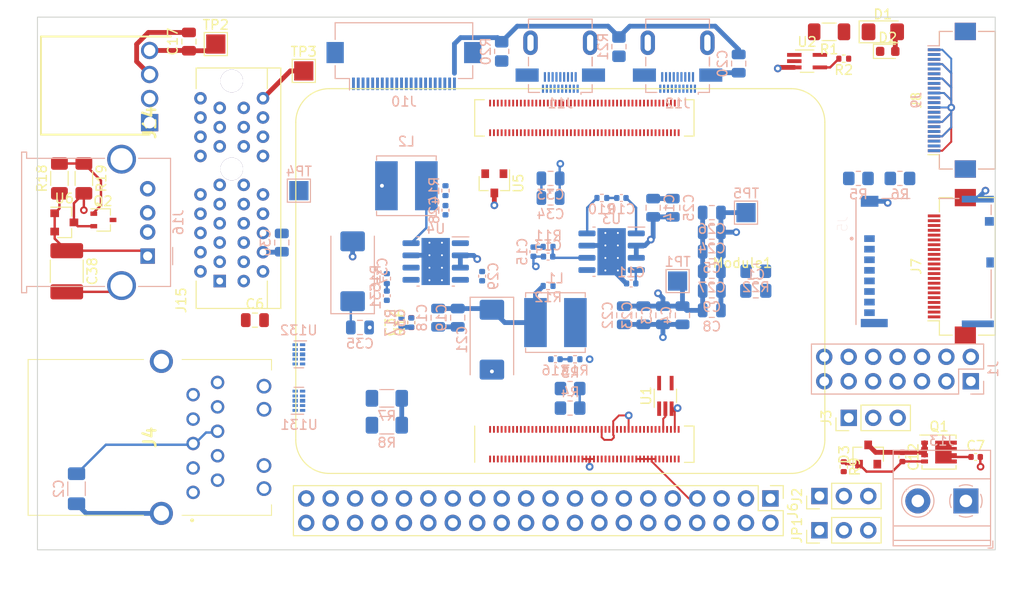
<source format=kicad_pcb>
(kicad_pcb (version 20210228) (generator pcbnew)
  (layers (0 "F.Cu" signal) (1 "In1.Cu" signal) (2 "In2.Cu" signal) (31 "B.Cu" signal) (34 "B.Paste" user) (35 "F.Paste" user) (36 "B.SilkS" user "B.Silkscreen") (37 "F.SilkS" user "F.Silkscreen") (38 "B.Mask" user) (39 "F.Mask" user) (44 "Edge.Cuts" user))
  (net 0 "")
  (net 1 "GND")
  (net 2 "Net-(C2-Pad1)")
  (net 3 "+12V")
  (net 4 "Net-(C7-Pad1)")
  (net 5 "Net-(C10-Pad2)")
  (net 6 "Net-(C10-Pad1)")
  (net 7 "Net-(C11-Pad1)")
  (net 8 "Net-(C12-Pad2)")
  (net 9 "Net-(C13-Pad1)")
  (net 10 "Net-(C15-Pad1)")
  (net 11 "Net-(C16-Pad2)")
  (net 12 "+3V3")
  (net 13 "Net-(C28-Pad2)")
  (net 14 "Net-(C28-Pad1)")
  (net 15 "Net-(C29-Pad1)")
  (net 16 "Net-(C30-Pad1)")
  (net 17 "Net-(C31-Pad1)")
  (net 18 "Net-(C32-Pad2)")
  (net 19 "/pcie/+3.3v")
  (net 20 "Net-(C38-Pad1)")
  (net 21 "Net-(D1-Pad1)")
  (net 22 "Net-(D2-Pad1)")
  (net 23 "/video_previewGPIO/GLOBAL_EN")
  (net 24 "Net-(J1-Pad13)")
  (net 26 "/video_previewGPIO/SYNC_OUT")
  (net 27 "/video_previewGPIO/SYNC_IN")
  (net 28 "/video_previewGPIO/AIN1")
  (net 29 "/video_previewGPIO/AIN0")
  (net 30 "/video_previewGPIO/EEPROM_nWP")
  (net 31 "/video_previewGPIO/nRPIBOOT")
  (net 32 "/video_previewGPIO/BT_nDis")
  (net 33 "/video_previewGPIO/WL_nDIS")
  (net 34 "/video_previewGPIO/RUN_PG")
  (net 35 "/video_previewGPIO/GPIO20")
  (net 36 "/video_previewGPIO/GPIO26")
  (net 37 "/video_previewGPIO/GPIO19")
  (net 38 "/video_previewGPIO/GPIO13")
  (net 39 "/video_previewGPIO/GPIO12")
  (net 40 "/video_previewGPIO/GPIO5")
  (net 41 "/video_previewGPIO/ID_SC")
  (net 42 "/video_previewGPIO/ID_SD")
  (net 43 "/video_previewGPIO/GPIO8")
  (net 44 "/video_previewGPIO/GPIO11")
  (net 45 "/video_previewGPIO/GPIO25")
  (net 46 "/video_previewGPIO/GPIO9")
  (net 47 "/video_previewGPIO/GPIO10")
  (net 48 "/video_previewGPIO/GPIO24")
  (net 49 "/video_previewGPIO/GPIO23")
  (net 50 "/video_previewGPIO/GPIO27")
  (net 51 "/video_previewGPIO/GPIO17")
  (net 52 "/video_previewGPIO/GPIO3")
  (net 53 "/video_previewGPIO/GPIO2")
  (net 54 "/video_preview_HighSpeed/SDA1")
  (net 55 "/video_preview_HighSpeed/SCL1")
  (net 58 "/video_previewGPIO/CAM_GPIO")
  (net 63 "/video_preview_HighSpeed/CAM0_D2_N")
  (net 64 "/video_preview_HighSpeed/CAM0_D2_P")
  (net 65 "/video_preview_HighSpeed/CAM0_D1_P")
  (net 66 "/video_preview_HighSpeed/CAM0_D1_N")
  (net 67 "/video_preview_HighSpeed/CAM0_D0_P")
  (net 68 "/video_preview_HighSpeed/CAM0_D0_N")
  (net 69 "/video_previewGPIO/SDA0")
  (net 70 "/video_previewGPIO/SCL0")
  (net 72 "/video_preview_HighSpeed/CAM1_D3_P")
  (net 73 "/video_preview_HighSpeed/CAM1_D3_N")
  (net 74 "/video_preview_HighSpeed/CAM1_D2_P")
  (net 75 "/video_preview_HighSpeed/CAM1_D2_N")
  (net 76 "/video_preview_HighSpeed/CAM1_C_P")
  (net 77 "/video_preview_HighSpeed/CAM1_C_N")
  (net 78 "/video_preview_HighSpeed/CAM1_D1_P")
  (net 79 "/video_preview_HighSpeed/CAM1_D1_N")
  (net 80 "/video_preview_HighSpeed/CAM1_D0_P")
  (net 81 "/video_preview_HighSpeed/CAM1_D0_N")
  (net 84 "/video_preview_HighSpeed/DSI1_D3_P")
  (net 85 "/video_preview_HighSpeed/DSI1_D3_N")
  (net 86 "/video_preview_HighSpeed/DSI1_D2_P")
  (net 87 "/video_preview_HighSpeed/DSI1_D2_N")
  (net 88 "/video_preview_HighSpeed/DSI1_C_P")
  (net 89 "/video_preview_HighSpeed/DSI1_C_N")
  (net 90 "/video_preview_HighSpeed/DSI1_D1_P")
  (net 91 "/video_preview_HighSpeed/DSI1_D1_N")
  (net 92 "/video_preview_HighSpeed/DSI1_DO_P")
  (net 93 "/video_preview_HighSpeed/DSI1_D0_N")
  (net 100 "/video_preview_HighSpeed/DSI0_C_P")
  (net 101 "/video_preview_HighSpeed/DSI0_C_N")
  (net 102 "/video_preview_HighSpeed/DSI0_D1_P")
  (net 103 "/video_preview_HighSpeed/DSI0_D1_N")
  (net 104 "/video_preview_HighSpeed/DSI0_D0_P")
  (net 105 "/video_preview_HighSpeed/DSI0_D0_N")
  (net 107 "/pcie/PCIE_TX_P")
  (net 108 "/pcie/PCIE_TX_N")
  (net 109 "/pcie/PCIE_CLK_nREQ")
  (net 113 "/pcie/PCIE_RX_P")
  (net 114 "/pcie/PCIE_RX_N")
  (net 115 "/pcie/PCIE_CLK_N")
  (net 116 "/pcie/PCIE_CLK_P")
  (net 117 "/pcie/PCIE_nRST")
  (net 121 "/usb-otg/USB2_P")
  (net 122 "/usb-otg/USB2_N")
  (net 123 "Net-(L1-Pad1)")
  (net 124 "Net-(L2-Pad1)")
  (net 125 "/video_preview_HighSpeed/HDMI0_SCL")
  (net 126 "/video_preview_HighSpeed/HDMI0_SDA")
  (net 127 "/video_preview_HighSpeed/HDMI0_CK_N")
  (net 128 "/video_preview_HighSpeed/HDMI0_CK_P")
  (net 129 "/video_preview_HighSpeed/HDMI0_D0_N")
  (net 130 "/video_preview_HighSpeed/HDMI0_D0_P")
  (net 131 "/video_preview_HighSpeed/HDMI0_D1_N")
  (net 132 "/video_preview_HighSpeed/DSI1_D0_P")
  (net 133 "/video_preview_HighSpeed/HDMI0_D1_P")
  (net 134 "/video_preview_HighSpeed/HDMI0_D2_N")
  (net 135 "/video_preview_HighSpeed/HDMI0_D2_P")
  (net 136 "/video_preview_HighSpeed/HDMI1_CK_N")
  (net 137 "/video_preview_HighSpeed/DSIO_D1_P")
  (net 138 "/video_preview_HighSpeed/HDMI1_CK_P")
  (net 139 "/video_preview_HighSpeed/DSIO_D1_N")
  (net 140 "/video_preview_HighSpeed/HDMI1_D0_N")
  (net 141 "/video_preview_HighSpeed/DSIO_DO_P")
  (net 142 "/video_preview_HighSpeed/HDMI1_D0_P")
  (net 143 "/video_preview_HighSpeed/HDMI1_D1_N")
  (net 144 "/video_preview_HighSpeed/HDMI0_HOTPLUG")
  (net 145 "/video_preview_HighSpeed/HDMI1_D1_P")
  (net 146 "/video_preview_HighSpeed/HDMI0_CEC")
  (net 147 "/video_preview_HighSpeed/HDMI1_CEC")
  (net 148 "/video_preview_HighSpeed/HDMI1_D2_N")
  (net 149 "/video_preview_HighSpeed/HDMI1_SCL")
  (net 150 "/video_preview_HighSpeed/HDMI_D2_P")
  (net 151 "/video_preview_HighSpeed/HDMI1_SDA")
  (net 152 "/video_preview_HighSpeed/HDMI1_HOTPLUG")
  (net 153 "/video_preview_HighSpeed/CAM0_C_P")
  (net 154 "/video_preview_HighSpeed/CAM0_C_N")
  (net 155 "/video_preview_HighSpeed/CAM0_DO_N")
  (net 159 "/usb-otg/USBOTG")
  (net 160 "/nEXTRST")
  (net 161 "/video_previewGPIO/nPWR_LED")
  (net 162 "+1V8")
  (net 163 "/video_previewGPIO/GPIO_VREF")
  (net 164 "/video_previewGPIO/Reserved")
  (net 169 "/video_previewGPIO/SD_DATA2")
  (net 171 "/video_previewGPIO/SD_DATA1")
  (net 173 "/video_previewGPIO/SD_DATA0")
  (net 174 "/video_previewGPIO/SD_CMD")
  (net 175 "/video_previewGPIO/SD_DATA3")
  (net 176 "/video_previewGPIO/SD_CLK")
  (net 177 "Net-(Module1-Pad21)")
  (net 179 "/video_previewGPIO/ETH_LED1")
  (net 180 "/video_previewGPIO/ETH_LED0")
  (net 181 "/video_previewGPIO/ETH_TRD0_P")
  (net 182 "/video_previewGPIO/ETH_TRD2_P")
  (net 183 "/video_previewGPIO/ETH_TRD0_N")
  (net 184 "/video_previewGPIO/ETH_TRD2_N")
  (net 185 "/video_previewGPIO/ETH_TRD1_N")
  (net 186 "/video_previewGPIO/ETH_TRD3_N")
  (net 187 "/video_previewGPIO/ETH_TRD1_P")
  (net 188 "/video_previewGPIO/ETH_TRD3_P")
  (net 189 "Net-(Q2-Pad1)")
  (net 190 "Net-(R2-Pad2)")
  (net 191 "Net-(J4-Pad11)")
  (net 192 "Net-(J4-Pad13)")
  (net 201 "Net-(C1-Pad1)")
  (net 202 "Net-(J5-Pad9)")
  (net 203 "Net-(J5-Pad10)")
  (net 204 "Net-(J11-Pad18)")
  (net 205 "Net-(J12-Pad18)")
  (net 207 "/video_preview_HighSpeed/HDMI0_DO_N")
  (net 209 "/video_preview_HighSpeed/HDMI1_DO_N")
  (net 210 "/video_preview_HighSpeed/HDMI1_D2_P")
  (footprint "Resistor_SMD:R_1206_3216Metric_Pad1.30x1.75mm_HandSolder" (layer "F.Cu") (at 183.896 36.068 180)
    (fp_text reference "R1")
    (fp_text value "1k")
  )
  (footprint "Connector_FFC-FPC:Hirose_FH12-22S-0.5SH_1x22-1MP_P0.50mm_Horizontal" (layer "F.Cu") (at 196.662 43.18 90)
    (fp_text reference "J8")
    (fp_text value "Conn_01x22_Female")
  )
  (footprint "Package_TO_SOT_SMD:SOT-323_SC-70" (layer "F.Cu") (at 108.458 55.626)
    (fp_text reference "Q2")
    (fp_text value "BSS138PW")
  )
  (footprint "CM4IO:PCIex1-36" (layer "F.Cu") (at 120.548 61.976 90)
    (fp_text reference "J15")
    (fp_text value "10018783-11200TLF")
  )
  (footprint "Connector_PinHeader_2.54mm:PinHeader_1x03_P2.54mm_Vertical" (layer "F.Cu") (at 185.943 76.2 90)
    (fp_text reference "J3")
    (fp_text value "Conn_01x03")
  )
  (footprint "Connector_PinHeader_2.54mm:PinHeader_1x03_P2.54mm_Vertical" (layer "F.Cu") (at 182.895 84.328 90)
    (fp_text reference "J2")
    (fp_text value "Conn_01x03")
  )
  (footprint "Resistor_SMD:R_0402_1005Metric" (layer "F.Cu") (at 185.42 38.862 180)
    (fp_text reference "R2")
    (fp_text value "1k")
  )
  (footprint "Capacitor_SMD:C_0402_1005Metric" (layer "F.Cu") (at 199.136 80.264)
    (fp_text reference "C7")
    (fp_text value "100n 100v")
  )
  (footprint "Diode_SMD:D_SOT-23_ANK" (layer "F.Cu") (at 187.96 80.01 90)
    (fp_text reference "D3")
    (fp_text value "MMBZ5242BLT3G")
  )
  (footprint "LED_SMD:LED_0603_1608Metric" (layer "F.Cu") (at 189.992 38.1)
    (fp_text reference "D2")
    (fp_text value "LED Red")
  )
  (footprint "Package_TO_SOT_SMD:SOT-353_SC-70-5_Handsoldering" (layer "F.Cu") (at 181.61 39.116)
    (fp_text reference "U2")
    (fp_text value "74LVC1G07")
  )
  (footprint "Resistor_SMD:R_0402_1005Metric" (layer "F.Cu") (at 140.462 66.294 90)
    (fp_text reference "R16")
    (fp_text value "47K 1%")
  )
  (footprint "CM4IO:SHDRRA4W69P0X250_1X4_1000X1350X670P" (layer "F.Cu") (at 113.262 45.506 90)
    (fp_text reference "J14")
    (fp_text value "AMP171826-4" hide)
  )
  (footprint "Package_TO_SOT_SMD:SOT-353_SC-70-5_Handsoldering" (layer "F.Cu") (at 166.878 73.914 90)
    (fp_text reference "U1")
    (fp_text value "74LVC1G07")
  )
  (footprint "Resistor_SMD:R_1206_3216Metric_Pad1.30x1.75mm_HandSolder" (layer "F.Cu") (at 103.886 51.308 90)
    (fp_text reference "R18")
    (fp_text value "10k")
  )
  (footprint "CM4IO:7499110124" (layer "F.Cu") (at 117.784 83.947 90)
    (fp_text reference "J4")
    (fp_text value "7499110124" hide)
  )
  (footprint "TestPoint:TestPoint_Pad_2.0x2.0mm" (layer "F.Cu") (at 129.286 40.132)
    (fp_text reference "TP3")
    (fp_text value "TestPoint")
  )
  (footprint "Package_SON:Diodes_PowerDI3333-8" (layer "F.Cu") (at 195.326 79.756)
    (fp_text reference "Q1")
    (fp_text value "DMP3013SFV-7")
  )
  (footprint "Capacitor_SMD:C_0402_1005Metric" (layer "F.Cu") (at 139.446 66.294 90)
    (fp_text reference "C32")
    (fp_text value "nf")
  )
  (footprint "Connector_FFC-FPC:Hirose_FH12-22S-0.5SH_1x22-1MP_P0.50mm_Horizontal" (layer "F.Cu") (at 196.662 60.452 90)
    (fp_text reference "J7")
    (fp_text value "Conn_01x22_Female")
  )
  (footprint "Connector_PinHeader_2.54mm:PinHeader_1x03_P2.54mm_Vertical" (layer "F.Cu") (at 182.895 87.884 90)
    (fp_text reference "JP1")
    (fp_text value "Jumper_NC_Dual")
  )
  (footprint "Capacitor_SMD:C_1812_4532Metric_Pad1.57x3.40mm_HandSolder" (layer "F.Cu") (at 104.648 60.96 -90)
    (fp_text reference "C38")
    (fp_text value " 4u7")
  )
  (footprint "Connector_PinHeader_2.54mm:PinHeader_2x20_P2.54mm_Vertical" (layer "F.Cu") (at 177.8 84.577 -90)
    (fp_text reference "J6")
    (fp_text value "Conn_02x20_Odd_Even")
  )
  (footprint "Capacitor_SMD:C_0402_1005Metric" (layer "F.Cu") (at 191.516 80.264 -90)
    (fp_text reference "C12")
    (fp_text value "100n")
  )
  (footprint "Resistor_SMD:R_0402_1005Metric" (layer "F.Cu") (at 185.42 81.28 -90)
    (fp_text reference "R9")
    (fp_text value "12K 1%")
  )
  (footprint "CM4IO:Raspberry-Pi-4-Compute-Module" (layer "F.Cu") (at 179.956 78.476 90)
    (fp_text reference "Module1")
    (fp_text value "ComputeModule4-CM4")
  )
  (footprint "LED_SMD:LED_1206_3216Metric_Pad1.42x1.75mm_HandSolder" (layer "F.Cu") (at 189.484 36.068)
    (fp_text reference "D1")
    (fp_text value "Green LED")
  )
  (footprint "Package_TO_SOT_SMD:SOT-23" (layer "F.Cu") (at 104.394 55.88)
    (fp_text reference "U6")
    (fp_text value "TPD2E009DBZR")
  )
  (footprint "Resistor_SMD:R_1206_3216Metric_Pad1.30x1.75mm_HandSolder" (layer "F.Cu") (at 106.426 51.308 -90)
    (fp_text reference "R19")
    (fp_text value "2k")
  )
  (footprint "TestPoint:TestPoint_Pad_2.0x2.0mm" (layer "F.Cu") (at 120.142 37.338)
    (fp_text reference "TP2")
    (fp_text value "TestPoint")
  )
  (footprint "Capacitor_SMD:C_0805_2012Metric" (layer "F.Cu") (at 124.206 66.04)
    (fp_text reference "C6")
    (fp_text value "10u 35v")
  )
  (footprint "Capacitor_SMD:C_0805_2012Metric" (layer "F.Cu") (at 117.348 37.084 90)
    (fp_text reference "C17")
    (fp_text value "10u")
  )
  (footprint "Package_TO_SOT_SMD:SOT-23" (layer "F.Cu") (at 149.098 51.816 -90)
    (fp_text reference "U5")
    (fp_text value "TPD2E009DBZR")
  )
  (footprint "Resistor_SMD:R_0805_2012Metric_Pad1.20x1.40mm_HandSolder" (layer "B.Cu") (at 176.276 60.96)
    (fp_text reference "R22")
    (fp_text value "0R")
  )
  (footprint "Capacitor_SMD:C_0805_2012Metric" (layer "B.Cu") (at 171.704 54.864)
    (fp_text reference "C26")
    (fp_text value "10u 35v")
  )
  (footprint "Resistor_SMD:R_0402_1005Metric" (layer "B.Cu") (at 154.686 62.484)
    (fp_text reference "R12")
    (fp_text value "12K 1%")
  )
  (footprint "Capacitor_SMD:C_0805_2012Metric_Pad1.18x1.45mm_HandSolder" (layer "B.Cu") (at 176.276 62.992 180)
    (fp_text reference "C1")
    (fp_text value "10u")
  )
  (footprint "Capacitor_SMD:C_0402_1005Metric" (layer "B.Cu") (at 137.922 63.5 -90)
    (fp_text reference "C31")
    (fp_text value "1.2nF")
  )
  (footprint "Capacitor_SMD:C_0805_2012Metric" (layer "B.Cu") (at 162.56 65.532 -90)
    (fp_text reference "C22")
    (fp_text value "10u 35v")
  )
  (footprint "Capacitor_SMD:C_0805_2012Metric" (layer "B.Cu") (at 164.592 65.532 -90)
    (fp_text reference "C23")
    (fp_text value "10u 35v")
  )
  (footprint "Capacitor_SMD:C_0805_2012Metric" (layer "B.Cu") (at 154.94 51.308)
    (fp_text reference "C33")
    (fp_text value "10u")
  )
  (footprint "TestPoint:TestPoint_Pad_2.0x2.0mm" (layer "B.Cu") (at 128.778 52.578 180)
    (fp_text reference "TP4")
    (fp_text value "TestPoint")
  )
  (footprint "Capacitor_SMD:C_0402_1005Metric" (layer "B.Cu") (at 162.306 53.34)
    (fp_text reference "C10")
    (fp_text value "100n")
  )
  (footprint "Resistor_SMD:R_0805_2012Metric_Pad1.20x1.40mm_HandSolder" (layer "B.Cu") (at 186.944 51.308)
    (fp_text reference "R5")
    (fp_text value "R")
  )
  (footprint "Capacitor_SMD:C_0805_2012Metric" (layer "B.Cu") (at 171.704 56.896)
    (fp_text reference "C24")
    (fp_text value "10u 35v")
  )
  (footprint "Capacitor_SMD:C_0402_1005Metric" (layer "B.Cu") (at 163.322 62.23 180)
    (fp_text reference "C11")
    (fp_text value "100n")
  )
  (footprint "Resistor_SMD:R_0805_2012Metric_Pad1.20x1.40mm_HandSolder" (layer "B.Cu") (at 149.86 38.1 -90)
    (fp_text reference "R20")
    (fp_text value "0R")
  )
  (footprint "Inductor_SMD:L_Bourns_SRN6045TA" (layer "B.Cu") (at 139.954 52.07 180)
    (fp_text reference "L2")
    (fp_text value "SRN6045TA-3R3Y")
  )
  (footprint "Capacitor_SMD:C_0402_1005Metric" (layer "B.Cu") (at 153.162 58.928 -90)
    (fp_text reference "C15")
    (fp_text value "1.2nF")
  )
  (footprint "Resistor_SMD:R_0805_2012Metric_Pad1.20x1.40mm_HandSolder" (layer "B.Cu") (at 156.972 73.152 180)
    (fp_text reference "R3")
    (fp_text value "1k8")
  )
  (footprint "Capacitor_SMD:C_0805_2012Metric" (layer "B.Cu") (at 171.704 58.928)
    (fp_text reference "C5")
    (fp_text value "10u 35v")
  )
  (footprint "Capacitor_SMD:C_0805_2012Metric" (layer "B.Cu") (at 171.704 62.992)
    (fp_text reference "C9")
    (fp_text value "10u 35v")
  )
  (footprint "Resistor_SMD:R_0402_1005Metric" (layer "B.Cu") (at 154.686 58.42 180)
    (fp_text reference "R11")
    (fp_text value "20K 1%")
  )
  (footprint "Capacitor_SMD:C_0805_2012Metric" (layer "B.Cu") (at 127 57.978 -90)
    (fp_text reference "C36")
    (fp_text value "10u")
  )
  (footprint "Resistor_SMD:R_1206_3216Metric_Pad1.30x1.75mm_HandSolder" (layer "B.Cu") (at 137.922 76.962)
    (fp_text reference "R8")
    (fp_text value "220")
  )
  (footprint "Package_SON:USON-10_2.5x1.0mm_P0.5mm" (layer "B.Cu") (at 128.778 74.422)
    (fp_text reference "U131")
    (fp_text value "TPD4EUSB30")
  )
  (footprint "Capacitor_SMD:C_0805_2012Metric" (layer "B.Cu") (at 154.94 53.34)
    (fp_text reference "C34")
    (fp_text value "10u")
  )
  (footprint "Resistor_SMD:R_0402_1005Metric" (layer "B.Cu") (at 157.48 70.104)
    (fp_text reference "R13")
    (fp_text value "2.2K 1%")
  )
  (footprint "Connector_FFC-FPC:Hirose_FH12-22S-0.5SH_1x22-1MP_P0.50mm_Horizontal" (layer "B.Cu") (at 196.662 43.18 -90)
    (fp_text reference "J9")
    (fp_text value "Conn_01x22_Female")
  )
  (footprint "Capacitor_SMD:C_0805_2012Metric" (layer "B.Cu") (at 143.256 65.786 -90)
    (fp_text reference "C18")
    (fp_text value "10u")
  )
  (footprint "TestPoint:TestPoint_Pad_2.0x2.0mm" (layer "B.Cu") (at 168.148 61.976 180)
    (fp_text reference "TP1")
    (fp_text value "TestPoint")
  )
  (footprint "Capacitor_SMD:C_0805_2012Metric" (layer "B.Cu") (at 168.656 65.532 -90)
    (fp_text reference "C4")
    (fp_text value "10u 35v")
  )
  (footprint "Capacitor_SMD:C_0402_1005Metric" (layer "B.Cu") (at 140.462 66.294 -90)
    (fp_text reference "C30")
    (fp_text value "nf")
  )
  (footprint "Package_SON:USON-10_2.5x1.0mm_P0.5mm" (layer "B.Cu") (at 128.778 69.596 180)
    (fp_text reference "U132")
    (fp_text value "TPD4EUSB30")
  )
  (footprint "Capacitor_SMD:C_0402_1005Metric" (layer "B.Cu") (at 154.686 59.436 180)
    (fp_text reference "C13")
    (fp_text value "nf")
  )
  (footprint "Capacitor_SMD:C_0805_2012Metric" (layer "B.Cu") (at 145.288 65.786 -90)
    (fp_text reference "C19")
    (fp_text value "10u")
  )
  (footprint "Capacitor_SMD:C_0402_1005Metric" (layer "B.Cu") (at 144.018 54.61 -90)
    (fp_text reference "C28")
    (fp_text value "100n")
  )
  (footprint "Capacitor_SMD:C_0805_2012Metric" (layer "B.Cu") (at 165.608 54.356 90)
    (fp_text reference "C14")
    (fp_text value "10u 35v")
  )
  (footprint "Capacitor_Tantalum_SMD:CP_EIA-7343-31_Kemet-D" (layer "B.Cu") (at 134.366 60.96 90)
    (fp_text reference "C37")
    (fp_text value "100uF")
  )
  (footprint "Capacitor_SMD:C_0402_1005Metric" (layer "B.Cu") (at 155.448 70.104)
    (fp_text reference "C16")
    (fp_text value "nf")
  )
  (footprint "Inductor_SMD:L_Bourns_SRN6045TA" (layer "B.Cu") (at 155.448 66.294 180)
    (fp_text reference "L1")
    (fp_text value "SRN6045TA-3R3Y")
  )
  (footprint "Connector_USB:USB_A_Molex_67643_Horizontal" (layer "B.Cu") (at 113.056 59.38 90)
    (fp_text reference "J16")
    (fp_text value "USB_OTG")
  )
  (footprint "Resistor_SMD:R_0805_2012Metric_Pad1.20x1.40mm_HandSolder" (layer "B.Cu") (at 191.262 51.308)
    (fp_text reference "R6")
    (fp_text value "R")
  )
  (footprint "Resistor_SMD:R_0805_2012Metric_Pad1.20x1.40mm_HandSolder" (layer "B.Cu") (at 156.972 75.184 180)
    (fp_text reference "R4")
    (fp_text value "1k8")
  )
  (footprint "Capacitor_SMD:C_0805_2012Metric" (layer "B.Cu") (at 171.704 65.024)
    (fp_text reference "C8")
    (fp_text value "10u 35v")
  )
  (footprint "Resistor_SMD:R_1206_3216Metric_Pad1.30x1.75mm_HandSolder" (layer "B.Cu") (at 137.922 74.168)
    (fp_text reference "R7")
    (fp_text value "220")
  )
  (footprint "Resistor_SMD:R_0805_2012Metric_Pad1.20x1.40mm_HandSolder" (layer "B.Cu") (at 162.052 37.608 -90)
    (fp_text reference "R21")
    (fp_text value "0R")
  )
  (footprint "Capacitor_SMD:C_0805_2012Metric" (layer "B.Cu") (at 167.64 54.356 90)
    (fp_text reference "C25")
    (fp_text value "10u 35v")
  )
  (footprint "TerminalBlock_Phoenix:TerminalBlock_Phoenix_MKDS-1,5-2_1x02_P5.00mm_Horizontal" (layer "B.Cu") (at 198.12 84.836 180)
    (fp_text reference "J13")
    (fp_text value "Screw_Terminal_01x02")
  )
  (footprint "Capacitor_SMD:C_0805_2012Metric" (layer "B.Cu") (at 171.704 60.96)
    (fp_text reference "C27")
    (fp_text value "10u 35v")
  )
  (footprint "Package_SO:SOIC-8-1EP_3.9x4.9mm_P1.27mm_EP2.95x4.9mm_Mask2.71x3.4mm_ThermalVias" (layer "B.Cu") (at 143.002 59.944 180)
    (fp_text reference "U4")
    (fp_text value "AP64501SP-13")
  )
  (footprint "Connector_PinHeader_2.54mm:PinHeader_2x07_P2.54mm_Vertical" (layer "B.Cu") (at 198.633 72.395 90)
    (fp_text reference "J1")
    (fp_text value "Conn_02x07_Odd_Even")
  )
  (footprint "Capacitor_Tantalum_SMD:CP_EIA-7343-31_Kemet-D" (layer "B.Cu") (at 148.844 68.072 -90)
    (fp_text reference "C21")
    (fp_text value "100uF")
  )
  (footprint "Resistor_SMD:R_0402_1005Metric" (layer "B.Cu") (at 160.274 53.34)
    (fp_text reference "R10")
    (fp_text value "10R")
  )
  (footprint "Capacitor_SMD:C_0805_2012Metric" (layer "B.Cu") (at 174.498 39.37 -90)
    (fp_text reference "C20")
    (fp_text value "10u")
  )
  (footprint "Connector_HDMI:HDMI_Micro-D_Molex_46765-2x0x" (layer "B.Cu") (at 155.956 37.208)
    (fp_text reference "J11")
    (fp_text value "HDMI_A_1.4")
  )
  (footprint "Capacitor_SMD:C_0402_1005Metric" (layer "B.Cu") (at 147.828 61.468 90)
    (fp_text reference "C29")
    (fp_text value "100n")
  )
  (footprint "Connector_FFC-FPC:Hirose_FH12-22S-0.5SH_1x22-1MP_P0.50mm_Horizontal" (layer "B.Cu") (at 139.7 39.624)
    (fp_text reference "J10")
    (fp_text value "Conn_01x22_Female")
  )
  (footprint "Package_SO:SOIC-8-1EP_3.9x4.9mm_P1.27mm_EP2.95x4.9mm_Mask2.71x3.4mm_ThermalVias" (layer "B.Cu") (at 161.29 58.928 180)
    (fp_text reference "U3")
    (fp_text value "AP64501SP-13")
  )
  (footprint "Capacitor_SMD:C_0805_2012Metric" (layer "B.Cu") (at 135.128 66.802)
    (fp_text reference "C35")
    (fp_text value "10u")
  )
  (footprint "CM4IO:SDCARD_MOLEX_503398-1892" (layer "B.Cu") (at 193.7185 59.944 -90)
    (fp_text reference "J5")
    (fp_text value "Micro_SD_Card_Det")
  )
  (footprint "Capacitor_SMD:C_0805_2012Metric" (layer "B.Cu") (at 166.624 65.532 -90)
    (fp_text reference "C3")
    (fp_text value "10u 35v")
  )
  (footprint "Capacitor_SMD:C_1206_3216Metric_Pad1.33x1.80mm_HandSolder" (layer "B.Cu") (at 105.664 83.566 -90)
    (fp_text reference "C2")
    (fp_text value "10n")
  )
  (footprint "TestPoint:TestPoint_Pad_2.0x2.0mm" (layer "B.Cu") (at 175.26 54.864 180)
    (fp_text reference "TP5")
    (fp_text value "TestPoint")
  )
  (footprint "Connector_HDMI:HDMI_Micro-D_Molex_46765-2x0x" (layer "B.Cu") (at 168.148 37.208)
    (fp_text reference "J12")
    (fp_text value "HDMI_A_1.4")
  )
  (footprint "Resistor_SMD:R_0402_1005Metric" (layer "B.Cu") (at 139.446 66.294 -90)
    (fp_text reference "R17")
    (fp_text value "15K 1%")
  )
  (footprint "Resistor_SMD:R_0402_1005Metric" (layer "B.Cu") (at 137.922 61.722 -90)
    (fp_text reference "R15")
    (fp_text value "12K 1%")
  )
  (footprint "Resistor_SMD:R_0402_1005Metric" (layer "B.Cu") (at 144.018 52.578 -90)
    (fp_text reference "R14")
    (fp_text value "10R")
  )
  (gr_rect (start 101.6 34.544) (end 201.168 89.916) (layer "Edge.Cuts") (width 0.1) (fill none))
  (segment (start 105.79 56.276) (end 105.394 55.88) (width 0.25) (layer "F.Cu") (net 1))
  (segment (start 161.456 77.98602) (end 161.456 77.396) (width 0.2) (layer "F.Cu") (net 1))
  (segment (start 194.812 45.43) (end 195.662 45.43) (width 0.2) (layer "F.Cu") (net 1))
  (segment (start 158.256 80.476) (end 158.656 80.476) (width 0.2) (layer "F.Cu") (net 1))
  (segment (start 167.528 75.244) (end 168.088 75.244) (width 0.2) (layer "F.Cu") (net 1))
  (segment (start 158.962 80.476) (end 158.962 81.238) (width 0.2) (layer "F.Cu") (net 1))
  (segment (start 158.962 80.476) (end 159.056 80.476) (width 0.2) (layer "F.Cu") (net 1))
  (segment (start 104.648 63.0975) (end 109.6985 63.0975) (width 0.25) (layer "F.Cu") (net 1))
  (segment (start 105.394 53.89) (end 106.426 52.858) (width 0.25) (layer "F.Cu") (net 1))
  (segment (start 161.456 76.542) (end 161.456 77.396) (width 0.2) (layer "F.Cu") (net 1))
  (segment (start 195.662 45.43) (end 196.596 44.496) (width 0.2) (layer "F.Cu") (net 1))
  (segment (start 163.056 75.958) (end 163.068 75.946) (width 0.2) (layer "F.Cu") (net 1))
  (segment (start 199.616 80.264) (end 199.616 81.252) (width 0.25) (layer "F.Cu") (net 1))
  (segment (start 109.6985 63.0975) (end 110.346 62.45) (width 0.25) (layer "F.Cu") (net 1))
  (segment (start 161.515991 78.046011) (end 161.456 77.98602) (width 0.2) (layer "F.Cu") (net 1))
  (segment (start 178.674 39.766) (end 178.562 39.878) (width 0.5) (layer "F.Cu") (net 1))
  (segment (start 163.056 77.396) (end 163.056 75.958) (width 0.2) (layer "F.Cu") (net 1))
  (segment (start 194.812 46.93) (end 195.662 46.93) (width 0.2) (layer "F.Cu") (net 1))
  (segment (start 111.911989 39.155989) (end 113.262 40.506) (width 0.5) (layer "F.Cu") (net 1))
  (segment (start 194.812 48.43) (end 195.662 48.43) (width 0.2) (layer "F.Cu") (net 1))
  (segment (start 105.394 55.88) (end 105.394 53.89) (width 0.25) (layer "F.Cu") (net 1))
  (segment (start 195.662 39.43) (end 196.596 40.364) (width 0.2) (layer "F.Cu") (net 1))
  (segment (start 194.812 39.43) (end 195.662 39.43) (width 0.2) (layer "F.Cu") (net 1))
  (segment (start 196.596 40.364) (end 196.596 41.864) (width 0.2) (layer "F.Cu") (net 1))
  (segment (start 195.846 42.43) (end 196.596 43.18) (width 0.2) (layer "F.Cu") (net 1))
  (segment (start 161.515991 78.260009) (end 161.515991 78.046011) (width 0.2) (layer "F.Cu") (net 1))
  (segment (start 127.892 40.132) (end 125.048 42.976) (width 0.5) (layer "F.Cu") (net 1))
  (segment (start 162.052 75.946) (end 161.456 76.542) (width 0.2) (layer "F.Cu") (net 1))
  (segment (start 158.962 81.238) (end 159.004 81.28) (width 0.2) (layer "F.Cu") (net 1))
  (segment (start 107.458 56.276) (end 105.79 56.276) (width 0.25) (layer "F.Cu") (net 1))
  (segment (start 161.29 78.486) (end 161.515991 78.260009) (width 0.2) (layer "F.Cu") (net 1))
  (segment (start 167.856 77.396) (end 167.856 75.572) (width 0.2) (layer "F.Cu") (net 1))
  (segment (start 129.286 40.132) (end 127.892 40.132) (width 0.5) (layer "F.Cu") (net 1))
  (segment (start 117.348 36.134) (end 113.135983 36.134) (width 0.5) (layer "F.Cu") (net 1))
  (segment (start 168.088 75.244) (end 168.148 75.184) (width 0.2) (layer "F.Cu") (net 1))
  (segment (start 194.812 43.93) (end 196.584 43.93) (width 0.2) (layer "F.Cu") (net 1))
  (segment (start 196.596 44.45) (end 196.596 43.942) (width 0.2) (layer "F.Cu") (net 1))
  (segment (start 111.911989 37.357994) (end 111.911989 39.155989) (width 0.5) (layer "F.Cu") (net 1))
  (segment (start 195.662 46.93) (end 196.596 45.996) (width 0.2) (layer "F.Cu") (net 1))
  (segment (start 194.812 42.43) (end 195.846 42.43) (width 0.2) (layer "F.Cu") (net 1))
  (segment (start 158.656 80.476) (end 158.962 80.476) (width 0.2) (layer "F.Cu") (net 1))
  (segment (start 149.098 52.816) (end 149.098 54.102) (width 0.5) (layer "F.Cu") (net 1))
  (segment (start 196.596 41.864) (end 196.596 43.942) (width 0.2) (layer "F.Cu") (net 1))
  (segment (start 167.856 75.572) (end 167.528 75.244) (width 0.2) (layer "F.Cu") (net 1))
  (segment (start 160.528 78.486) (end 161.29 78.486) (width 0.2) (layer "F.Cu") (net 1))
  (segment (start 159.056 80.476) (end 159.456 80.476) (width 0.2) (layer "F.Cu") (net 1))
  (segment (start 195.662 48.43) (end 196.596 47.496) (width 0.2) (layer "F.Cu") (net 1))
  (segment (start 194.812 40.93) (end 195.662 40.93) (width 0.2) (layer "F.Cu") (net 1))
  (segment (start 196.596 44.496) (end 196.596 44.45) (width 0.2) (layer "F.Cu") (net 1))
  (segment (start 160.256 78.214) (end 160.528 78.486) (width 0.2) (layer "F.Cu") (net 1))
  (segment (start 195.662 40.93) (end 196.596 41.864) (width 0.2) (layer "F.Cu") (net 1))
  (segment (start 196.584 43.93) (end 196.596 43.942) (width 0.2) (layer "F.Cu") (net 1))
  (segment (start 113.135983 36.134) (end 111.911989 37.357994) (width 0.5) (layer "F.Cu") (net 1))
  (segment (start 160.256 77.396) (end 160.256 78.214) (width 0.2) (layer "F.Cu") (net 1))
  (segment (start 196.596 47.496) (end 196.596 45.996) (width 0.2) (layer "F.Cu") (net 1))
  (segment (start 106.426 52.858) (end 106.426 54.61) (width 0.25) (layer "F.Cu") (net 1))
  (segment (start 163.068 75.946) (end 162.052 75.946) (width 0.2) (layer "F.Cu") (net 1))
  (segment (start 199.616 81.252) (end 199.644 81.28) (width 0.25) (layer "F.Cu") (net 1))
  (segment (start 196.596 45.996) (end 196.596 44.45) (width 0.2) (layer "F.Cu") (net 1))
  (segment (start 180.28 39.766) (end 178.674 39.766) (width 0.5) (layer "F.Cu") (net 1))
  (via (at 189.992 53.848) (size 0.8) (drill 0.4) (layers "F.Cu" "B.Cu") (net 1))
  (via (at 178.562 39.878) (size 0.8) (drill 0.4) (layers "F.Cu" "B.Cu") (net 1))
  (via (at 136.144 66.802) (size 0.8) (drill 0.4) (layers "F.Cu" "B.Cu") (net 1))
  (via (at 134.366 59.436) (size 0.8) (drill 0.4) (layers "F.Cu" "B.Cu") (net 1))
  (via (at 159.004 81.28) (size 0.8) (drill 0.4) (layers "F.Cu" "B.Cu") (net 1))
  (via (at 148.844 71.374) (size 0.8) (drill 0.4) (layers "F.Cu" "B.Cu") (net 1))
  (via (at 200.152 52.578) (size 0.8) (drill 0.4) (layers "F.Cu" "B.Cu") (net 1))
  (via blind (at 106.426 54.61) (size 0.8) (drill 0.4) (layers "F.Cu" "In1.Cu") (net 1))
  (via (at 163.068 75.946) (size 0.8) (drill 0.4) (layers "F.Cu" "B.Cu") (net 1))
  (via blind (at 199.644 81.28) (size 0.8) (drill 0.4) (layers "F.Cu" "In1.Cu") (net 1))
  (via (at 168.148 75.184) (size 0.8) (drill 0.4) (layers "F.Cu" "B.Cu") (net 1))
  (via (at 196.596 43.942) (size 0.8) (drill 0.4) (layers "F.Cu" "B.Cu") (net 1))
  (via (at 149.098 54.102) (size 0.8) (drill 0.4) (layers "F.Cu" "B.Cu") (net 1))
  (via blind (at 153.416 60.452) (size 0.8) (drill 0.4) (layers "In1.Cu" "B.Cu") (net 1))
  (via blind (at 174.244 56.896) (size 0.8) (drill 0.4) (layers "In1.Cu" "B.Cu") (net 1))
  (via blind (at 166.624 67.818) (size 0.8) (drill 0.4) (layers "In1.Cu" "B.Cu") (net 1))
  (via blind (at 159.004 70.104) (size 0.8) (drill 0.4) (layers "In1.Cu" "B.Cu") (net 1))
  (via blind (at 155.956 49.784) (size 0.8) (drill 0.4) (layers "In1.Cu" "B.Cu") (net 1))
  (segment (start 196.596 40.364) (end 196.596 41.864) (width 0.2) (layer "B.Cu") (net 1))
  (segment (start 168.656 66.482) (end 166.624 66.482) (width 0.5) (layer "B.Cu") (net 1))
  (segment (start 139.476 66.774) (end 139.446 66.804) (width 0.5) (layer "B.Cu") (net 1))
  (segment (start 172.654 56.896) (end 172.654 58.928) (width 0.5) (layer "B.Cu") (net 1))
  (segment (start 105.664 85.1285) (end 106.6675 86.132) (width 0.5) (layer "B.Cu") (net 1))
  (segment (start 175.26 54.864) (end 172.654 54.864) (width 0.5) (layer "B.Cu") (net 1))
  (segment (start 194.812 40.93) (end 195.662 40.93) (width 0.2) (layer "B.Cu") (net 1))
  (segment (start 194.812 45.43) (end 195.662 45.43) (width 0.2) (layer "B.Cu") (net 1))
  (segment (start 194.812 43.93) (end 196.584 43.93) (width 0.2) (layer "B.Cu") (net 1))
  (segment (start 195.662 45.43) (end 196.596 44.496) (width 0.2) (layer "B.Cu") (net 1))
  (segment (start 145.288 66.736) (end 143.256 66.736) (width 0.5) (layer "B.Cu") (net 1))
  (segment (start 158.7425 58.278) (end 158.7275 58.293) (width 0.5) (layer "B.Cu") (net 1))
  (segment (start 188.1085 53.684) (end 189.828 53.684) (width 0.5) (layer "B.Cu") (net 1))
  (segment (start 194.812 39.43) (end 195.662 39.43) (width 0.2) (layer "B.Cu") (net 1))
  (segment (start 171.846 40.32) (end 171.598 40.568) (width 0.5) (layer "B.Cu") (net 1))
  (segment (start 134.366 57.8475) (end 134.366 59.436) (width 0.5) (layer "B.Cu") (net 1))
  (segment (start 196.596 43.18) (end 196.596 43.942) (width 0.2) (layer "B.Cu") (net 1))
  (segment (start 165.608 53.406) (end 167.64 53.406) (width 0.5) (layer "B.Cu") (net 1))
  (segment (start 166.624 66.482) (end 164.592 66.482) (width 0.5) (layer "B.Cu") (net 1))
  (segment (start 172.654 54.864) (end 172.654 56.896) (width 0.5) (layer "B.Cu") (net 1))
  (segment (start 161.29 60.706) (end 161.29 58.928) (width 0.5) (layer "B.Cu") (net 1))
  (segment (start 199.3585 53.464) (end 199.3585 53.3715) (width 0.5) (layer "B.Cu") (net 1))
  (segment (start 162.842 62.23) (end 162.814 62.23) (width 0.5) (layer "B.Cu") (net 1))
  (segment (start 155.89 51.308) (end 155.89 49.85) (width 0.25) (layer "B.Cu") (net 1))
  (segment (start 195.662 46.93) (end 196.596 45.996) (width 0.2) (layer "B.Cu") (net 1))
  (segment (start 172.654 60.96) (end 172.654 58.928) (width 0.5) (layer "B.Cu") (net 1))
  (segment (start 142.352 59.294) (end 140.4545 59.294) (width 0.5) (layer "B.Cu") (net 1))
  (segment (start 153.19 59.436) (end 153.162 59.408) (width 0.25) (layer "B.Cu") (net 1))
  (segment (start 195.662 40.93) (end 196.596 41.864) (width 0.2) (layer "B.Cu") (net 1))
  (segment (start 194.812 42.43) (end 195.846 42.43) (width 0.2) (layer "B.Cu") (net 1))
  (segment (start 195.662 39.43) (end 196.596 40.364) (width 0.2) (layer "B.Cu") (net 1))
  (segment (start 172.654 62.992) (end 172.654 60.96) (width 0.5) (layer "B.Cu") (net 1))
  (segment (start 136.078 66.802) (end 136.144 66.802) (width 0.5) (layer "B.Cu") (net 1))
  (segment (start 155.89 49.85) (end 155.956 49.784) (width 0.25) (layer "B.Cu") (net 1))
  (segment (start 194.812 46.93) (end 195.662 46.93) (width 0.2) (layer "B.Cu") (net 1))
  (segment (start 166.624 67.818) (end 166.624 66.482) (width 0.5) (layer "B.Cu") (net 1))
  (segment (start 125.048 58.976) (end 126.952 58.976) (width 0.5) (layer "B.Cu") (net 1))
  (segment (start 174.498 40.32) (end 171.846 40.32) (width 0.5) (layer "B.Cu") (net 1))
  (segment (start 126.952 58.976) (end 127 58.928) (width 0.5) (layer "B.Cu") (net 1))
  (segment (start 196.596 41.864) (end 196.596 43.18) (width 0.2) (layer "B.Cu") (net 1))
  (segment (start 140.4545 59.294) (end 140.4395 59.309) (width 0.5) (layer "B.Cu") (net 1))
  (segment (start 106.6675 86.132) (end 114.484 86.132) (width 0.5) (layer "B.Cu") (net 1))
  (segment (start 153.162 60.198) (end 153.416 60.452) (width 0.25) (layer "B.Cu") (net 1))
  (segment (start 154.206 59.436) (end 153.19 59.436) (width 0.25) (layer "B.Cu") (net 1))
  (segment (start 196.596 45.996) (end 196.596 44.496) (width 0.2) (layer "B.Cu") (net 1))
  (segment (start 161.94 60.878) (end 161.94 61.328) (width 0.25) (layer "B.Cu") (net 1))
  (segment (start 199.3585 53.3715) (end 200.152 52.578) (width 0.5) (layer "B.Cu") (net 1))
  (segment (start 148.844 71.1845) (end 148.844 71.374) (width 0.5) (layer "B.Cu") (net 1))
  (segment (start 196.596 44.496) (end 196.596 43.942) (width 0.2) (layer "B.Cu") (net 1))
  (segment (start 196.584 43.93) (end 196.596 43.942) (width 0.2) (layer "B.Cu") (net 1))
  (segment (start 195.662 37.93) (end 196.596 38.864) (width 0.2) (layer "B.Cu") (net 1))
  (segment (start 194.812 37.93) (end 195.662 37.93) (width 0.2) (layer "B.Cu") (net 1))
  (segment (start 140.462 66.774) (end 139.476 66.774) (width 0.5) (layer "B.Cu") (net 1))
  (segment (start 160.64 58.278) (end 158.7425 58.278) (width 0.5) (layer "B.Cu") (net 1))
  (segment (start 172.654 56.896) (end 174.244 56.896) (width 0.5) (layer "B.Cu") (net 1))
  (segment (start 162.814 62.23) (end 161.29 60.706) (width 0.5) (layer "B.Cu") (net 1))
  (segment (start 153.162 59.408) (end 153.162 60.198) (width 0.25) (layer "B.Cu") (net 1))
  (segment (start 164.592 66.482) (end 162.56 66.482) (width 0.5) (layer "B.Cu") (net 1))
  (segment (start 172.654 65.024) (end 172.654 62.992) (width 0.5) (layer "B.Cu") (net 1))
  (segment (start 189.828 53.684) (end 189.992 53.848) (width 0.5) (layer "B.Cu") (net 1))
  (segment (start 196.596 38.864) (end 196.596 40.364) (width 0.2) (layer "B.Cu") (net 1))
  (segment (start 155.89 53.34) (end 155.89 51.308) (width 0.25) (layer "B.Cu") (net 1))
  (segment (start 195.846 42.43) (end 196.596 43.18) (width 0.2) (layer "B.Cu") (net 1))
  (segment (start 105.664 82.042) (end 108.712 78.994) (width 0.25) (layer "B.Cu") (net 2))
  (segment (start 119.126 77.724) (end 117.856 78.994) (width 0.25) (layer "B.Cu") (net 2))
  (segment (start 120.396 77.724) (end 119.126 77.724) (width 0.25) (layer "B.Cu") (net 2))
  (segment (start 108.712 78.994) (end 117.602 78.994) (width 0.25) (layer "B.Cu") (net 2))
  (segment (start 191.516 79.784) (end 188.734 79.784) (width 0.5) (layer "F.Cu") (net 3))
  (segment (start 188.734 79.784) (end 187.96 79.01) (width 0.5) (layer "F.Cu") (net 3))
  (segment (start 193.826 78.781) (end 193.826 79.431) (width 0.5) (layer "F.Cu") (net 3))
  (segment (start 193.826 79.431) (end 193.826 80.070989) (width 0.5) (layer "F.Cu") (net 3))
  (segment (start 191.516 79.784) (end 193.473 79.784) (width 0.5) (layer "F.Cu") (net 3))
  (segment (start 193.473 79.784) (end 193.826 79.431) (width 0.5) (layer "F.Cu") (net 3))
  (via (at 147.32 59.69) (size 0.8) (drill 0.4) (layers "F.Cu" "B.Cu") (net 3))
  (via (at 166.116 63.246) (size 0.8) (drill 0.4) (layers "F.Cu" "B.Cu") (net 3))
  (via (at 165.3645 57.6685) (size 0.8) (drill 0.4) (layers "F.Cu" "B.Cu") (net 3))
  (segment (start 170.754 62.992) (end 170.754 60.96) (width 0.5) (layer "B.Cu") (net 3))
  (segment (start 165.608 57.425) (end 165.608 55.306) (width 0.5) (layer "B.Cu") (net 3))
  (segment (start 168.656 62.484) (end 168.148 61.976) (width 0.5) (layer "B.Cu") (net 3))
  (segment (start 169.098 65.024) (end 168.656 64.582) (width 0.5) (layer "B.Cu") (net 3))
  (segment (start 145.5645 59.309) (end 146.939 59.309) (width 0.5) (layer "B.Cu") (net 3))
  (segment (start 166.624 64.582) (end 166.624 63.754) (width 0.5) (layer "B.Cu") (net 3))
  (segment (start 164.74 58.293) (end 165.3645 57.6685) (width 0.5) (layer "B.Cu") (net 3))
  (segment (start 166.624 63.754) (end 166.116 63.246) (width 0.5) (layer "B.Cu") (net 3))
  (segment (start 146.939 59.309) (end 147.32 59.69) (width 0.5) (layer "B.Cu") (net 3))
  (segment (start 163.8525 59.563) (end 163.8525 58.293) (width 0.5) (layer "B.Cu") (net 3))
  (segment (start 167.64 55.306) (end 165.608 55.306) (width 0.5) (layer "B.Cu") (net 3))
  (segment (start 170.754 56.896) (end 170.754 58.928) (width 0.5) (layer "B.Cu") (net 3))
  (segment (start 170.754 65.024) (end 170.754 62.992) (width 0.5) (layer "B.Cu") (net 3))
  (segment (start 168.656 64.582) (end 166.624 64.582) (width 0.5) (layer "B.Cu") (net 3))
  (segment (start 164.592 64.582) (end 162.56 64.582) (width 0.5) (layer "B.Cu") (net 3))
  (segment (start 170.754 54.864) (end 170.754 56.896) (width 0.5) (layer "B.Cu") (net 3))
  (segment (start 165.3645 57.6685) (end 165.608 57.425) (width 0.5) (layer "B.Cu") (net 3))
  (segment (start 170.754 60.96) (end 170.754 58.928) (width 0.5) (layer "B.Cu") (net 3))
  (segment (start 166.624 64.582) (end 164.592 64.582) (width 0.5) (layer "B.Cu") (net 3))
  (segment (start 145.5645 60.579) (end 145.5645 59.309) (width 0.5) (layer "B.Cu") (net 3))
  (segment (start 170.754 65.024) (end 169.098 65.024) (width 0.5) (layer "B.Cu") (net 3))
  (segment (start 168.656 64.582) (end 168.656 62.484) (width 0.5) (layer "B.Cu") (net 3))
  (segment (start 163.8525 58.293) (end 164.74 58.293) (width 0.5) (layer "B.Cu") (net 3))
  (segment (start 196.289 80.264) (end 195.781 79.756) (width 0.25) (layer "F.Cu") (net 4))
  (segment (start 198.656 80.264) (end 196.289 80.264) (width 0.25) (layer "F.Cu") (net 4))
  (segment (start 162.814 53.34) (end 163.83 54.356) (width 0.25) (layer "B.Cu") (net 5))
  (segment (start 163.83 54.356) (end 163.83 56.896) (width 0.25) (layer "B.Cu") (net 5))
  (segment (start 160.782 53.34) (end 161.798 53.34) (width 0.25) (layer "B.Cu") (net 6))
  (segment (start 163.802 60.8835) (end 163.8525 60.833) (width 0.25) (layer "B.Cu") (net 7))
  (segment (start 163.802 62.23) (end 163.802 60.8835) (width 0.25) (layer "B.Cu") (net 7))
  (segment (start 187.01 81.01) (end 185.66 81.01) (width 0.25) (layer "F.Cu") (net 8))
  (segment (start 193.826 80.731) (end 191.529 80.731) (width 0.25) (layer "F.Cu") (net 8))
  (segment (start 185.66 81.01) (end 185.42 80.77) (width 0.25) (layer "F.Cu") (net 8))
  (segment (start 191.529 80.731) (end 191.516 80.744) (width 0.25) (layer "F.Cu") (net 8))
  (segment (start 187.785011 81.785011) (end 187.01 81.01) (width 0.25) (layer "F.Cu") (net 8))
  (segment (start 190.474989 81.785011) (end 187.785011 81.785011) (width 0.25) (layer "F.Cu") (net 8))
  (segment (start 191.516 80.744) (end 190.474989 81.785011) (width 0.25) (layer "F.Cu") (net 8))
  (segment (start 155.166 59.436) (end 155.166 58.45) (width 0.25) (layer "B.Cu") (net 9))
  (segment (start 155.293 59.563) (end 155.166 59.436) (width 0.25) (layer "B.Cu") (net 9))
  (segment (start 155.166 58.45) (end 155.196 58.42) (width 0.25) (layer "B.Cu") (net 9))
  (segment (start 158.7275 59.563) (end 155.293 59.563) (width 0.25) (layer "B.Cu") (net 9))
  (segment (start 153.19 58.42) (end 153.162 58.448) (width 0.25) (layer "B.Cu") (net 10))
  (segment (start 154.176 58.42) (end 153.19 58.42) (width 0.25) (layer "B.Cu") (net 10))
  (segment (start 156.97 70.104) (end 155.928 70.104) (width 0.25) (layer "B.Cu") (net 11))
  (segment (start 164.656 80.476) (end 165.056 80.476) (width 0.2) (layer "F.Cu") (net 12))
  (segment (start 165.056 80.476) (end 165.456 80.476) (width 0.2) (layer "F.Cu") (net 12))
  (segment (start 113.262 38.006) (end 117.32 38.006) (width 0.5) (layer "F.Cu") (net 12))
  (segment (start 163.856 80.476) (end 164.256 80.476) (width 0.2) (layer "F.Cu") (net 12))
  (segment (start 119.446 38.034) (end 120.142 37.338) (width 0.2) (layer "F.Cu") (net 12))
  (segment (start 190.7795 38.1) (end 190.7795 36.26) (width 0.5) (layer "F.Cu") (net 12))
  (segment (start 117.32 38.006) (end 117.348 38.034) (width 0.2) (layer "F.Cu") (net 12))
  (segment (start 169.307 84.577) (end 170.18 84.577) (width 0.2) (layer "F.Cu") (net 12))
  (segment (start 165.456 80.476) (end 165.456 80.726) (width 0.2) (layer "F.Cu") (net 12))
  (segment (start 165.456 80.476) (end 165.856 80.476) (width 0.2) (layer "F.Cu") (net 12))
  (segment (start 164.256 80.476) (end 164.656 80.476) (width 0.2) (layer "F.Cu") (net 12))
  (segment (start 190.7795 36.26) (end 190.9715 36.068) (width 0.5) (layer "F.Cu") (net 12))
  (segment (start 165.456 80.726) (end 169.307 84.577) (width 0.2) (layer "F.Cu") (net 12))
  (segment (start 117.348 38.034) (end 119.446 38.034) (width 0.5) (layer "F.Cu") (net 12))
  (segment (start 153.373 63.287) (end 154.176 62.484) (width 0.5) (layer "B.Cu") (net 12))
  (segment (start 139.472 76.962) (end 139.472 74.168) (width 0.5) (layer "B.Cu") (net 12))
  (segment (start 174.498 37.92) (end 172.06098 35.48298) (width 0.5) (layer "B.Cu") (net 12))
  (segment (start 145.288 64.836) (end 143.256 64.836) (width 0.5) (layer "B.Cu") (net 12))
  (segment (start 148.7205 64.836) (end 148.844 64.9595) (width 0.2) (layer "B.Cu") (net 12))
  (segment (start 153.373 66.294) (end 153.373 63.287) (width 0.5) (layer "B.Cu") (net 12))
  (segment (start 145.288 64.836) (end 148.7205 64.836) (width 0.5) (layer "B.Cu") (net 12))
  (segment (start 150.1785 66.294) (end 148.844 64.9595) (width 0.5) (layer "B.Cu") (net 12))
  (segment (start 149.433989 36.673989) (end 145.589991 36.673989) (width 0.5) (layer "B.Cu") (net 12))
  (segment (start 153.373 66.294) (end 150.1785 66.294) (width 0.5) (layer "B.Cu") (net 12))
  (segment (start 149.86 37.1) (end 149.433989 36.673989) (width 0.5) (layer "B.Cu") (net 12))
  (segment (start 163.17702 35.48298) (end 162.052 36.608) (width 0.5) (layer "B.Cu") (net 12))
  (segment (start 151.47702 35.48298) (end 160.92698 35.48298) (width 0.5) (layer "B.Cu") (net 12))
  (segment (start 145.589991 36.673989) (end 144.95 37.31398) (width 0.5) (layer "B.Cu") (net 12))
  (segment (start 160.92698 35.48298) (end 162.052 36.608) (width 0.5) (layer "B.Cu") (net 12))
  (segment (start 149.86 37.1) (end 151.47702 35.48298) (width 0.5) (layer "B.Cu") (net 12))
  (segment (start 144.95 37.31398) (end 144.95 40.373989) (width 0.5) (layer "B.Cu") (net 12))
  (segment (start 172.06098 35.48298) (end 163.17702 35.48298) (width 0.5) (layer "B.Cu") (net 12))
  (segment (start 174.498 38.42) (end 174.498 37.92) (width 0.5) (layer "B.Cu") (net 12))
  (segment (start 137.922 62.232) (end 137.922 63.02) (width 0.25) (layer "B.Cu") (net 17))
  (via (at 137.414 52.07) (size 0.8) (drill 0.4) (layers "F.Cu" "B.Cu") (net 19))
  (segment (start 134.178 64.2605) (end 134.366 64.0725) (width 0.25) (layer "B.Cu") (net 19))
  (segment (start 137.879 52.07) (end 137.414 52.07) (width 0.25) (layer "B.Cu") (net 19))
  (segment (start 153.99 53.34) (end 153.99 51.308) (width 0.25) (layer "B.Cu") (net 19))
  (segment (start 134.178 66.802) (end 134.178 64.2605) (width 0.25) (layer "B.Cu") (net 19))
  (segment (start 104.648 58.8225) (end 112.4985 58.8225) (width 0.25) (layer "F.Cu") (net 20))
  (segment (start 103.394 57.5685) (end 104.648 58.8225) (width 0.25) (layer "F.Cu") (net 20))
  (segment (start 103.394 56.83) (end 103.394 57.5685) (width 0.25) (layer "F.Cu") (net 20))
  (segment (start 103.394 54.93) (end 103.394 56.83) (width 0.25) (layer "F.Cu") (net 20))
  (segment (start 103.886 54.438) (end 103.394 54.93) (width 0.25) (layer "F.Cu") (net 20))
  (segment (start 103.886 52.858) (end 103.886 54.438) (width 0.25) (layer "F.Cu") (net 20))
  (segment (start 112.4985 58.8225) (end 113.056 59.38) (width 0.25) (layer "F.Cu") (net 20))
  (segment (start 166.878 76.072011) (end 166.878 75.244) (width 0.2) (layer "F.Cu") (net 34))
  (segment (start 166.656 76.294011) (end 166.878 76.072011) (width 0.2) (layer "F.Cu") (net 34))
  (segment (start 166.656 77.396) (end 166.656 76.294011) (width 0.2) (layer "F.Cu") (net 34))
  (segment (start 159.766 53.34) (end 158.75 54.356) (width 0.25) (layer "B.Cu") (net 123))
  (segment (start 158.75 54.356) (end 158.75 57.15) (width 0.25) (layer "B.Cu") (net 123))
  (segment (start 142.029 56.4495) (end 142.029 52.07) (width 0.25) (layer "B.Cu") (net 124))
  (segment (start 140.4395 58.039) (end 142.029 56.4495) (width 0.25) (layer "B.Cu") (net 124))
  (segment (start 157.972 73.152) (end 157.972 75.184) (width 0.25) (layer "B.Cu") (net 163))
  (segment (start 107.458 54.976) (end 107.458 54.848) (width 0.25) (layer "F.Cu") (net 189))
  (segment (start 108.204 54.102) (end 108.204 51.536) (width 0.25) (layer "F.Cu") (net 189))
  (segment (start 107.458 54.848) (end 108.204 54.102) (width 0.25) (layer "F.Cu") (net 189))
  (segment (start 108.204 51.536) (end 106.426 49.758) (width 0.25) (layer "F.Cu") (net 189))
  (segment (start 103.886 49.758) (end 106.426 49.758) (width 0.25) (layer "F.Cu") (net 189))
  (segment (start 184.006 39.766) (end 182.94 39.766) (width 0.25) (layer "F.Cu") (net 190))
  (segment (start 184.91 38.862) (end 184.006 39.766) (width 0.25) (layer "F.Cu") (net 190))
)
</source>
